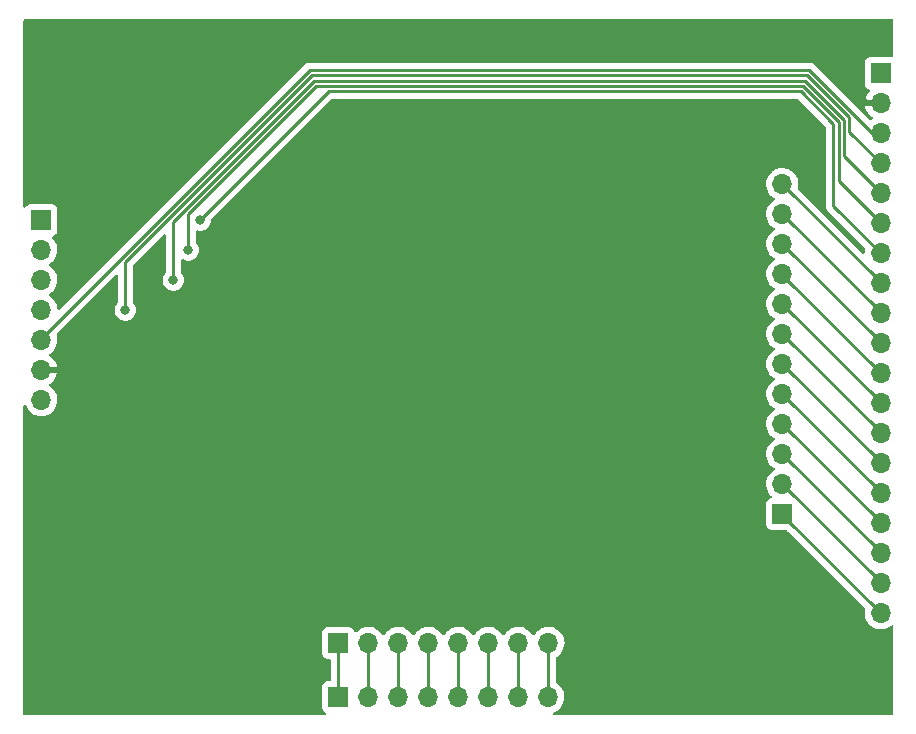
<source format=gbr>
%TF.GenerationSoftware,KiCad,Pcbnew,(6.0.0-0)*%
%TF.CreationDate,2022-03-09T10:25:02-05:00*%
%TF.ProjectId,Backplane-Instruction-Reg-2022,4261636b-706c-4616-9e65-2d496e737472,rev?*%
%TF.SameCoordinates,Original*%
%TF.FileFunction,Copper,L1,Top*%
%TF.FilePolarity,Positive*%
%FSLAX46Y46*%
G04 Gerber Fmt 4.6, Leading zero omitted, Abs format (unit mm)*
G04 Created by KiCad (PCBNEW (6.0.0-0)) date 2022-03-09 10:25:02*
%MOMM*%
%LPD*%
G01*
G04 APERTURE LIST*
%TA.AperFunction,ComponentPad*%
%ADD10R,1.700000X1.700000*%
%TD*%
%TA.AperFunction,ComponentPad*%
%ADD11O,1.700000X1.700000*%
%TD*%
%TA.AperFunction,ViaPad*%
%ADD12C,0.800000*%
%TD*%
%TA.AperFunction,Conductor*%
%ADD13C,0.500000*%
%TD*%
%TA.AperFunction,Conductor*%
%ADD14C,0.250000*%
%TD*%
G04 APERTURE END LIST*
D10*
%TO.P,J4,1,Pin_1*%
%TO.N,VCC*%
X185109000Y-71130000D03*
D11*
%TO.P,J4,2,Pin_2*%
%TO.N,GND*%
X185109000Y-73670000D03*
%TO.P,J4,3,Pin_3*%
%TO.N,~{RESET_STEP}*%
X185109000Y-76210000D03*
%TO.P,J4,4,Pin_4*%
%TO.N,~{INT_REQUEST}*%
X185109000Y-78750000D03*
%TO.P,J4,5,Pin_5*%
%TO.N,~{LD_IR}*%
X185109000Y-81290000D03*
%TO.P,J4,6,Pin_6*%
%TO.N,CLOCK*%
X185109000Y-83830000D03*
%TO.P,J4,7,Pin_7*%
%TO.N,~{RESET}*%
X185109000Y-86370000D03*
%TO.P,J4,8,Pin_8*%
%TO.N,INSTRUCTION7*%
X185109000Y-88910000D03*
%TO.P,J4,9,Pin_9*%
%TO.N,INSTRUCTION6*%
X185109000Y-91450000D03*
%TO.P,J4,10,Pin_10*%
%TO.N,INSTRUCTION5*%
X185109000Y-93990000D03*
%TO.P,J4,11,Pin_11*%
%TO.N,INSTRUCTION4*%
X185109000Y-96530000D03*
%TO.P,J4,12,Pin_12*%
%TO.N,INSTRUCTION3*%
X185109000Y-99070000D03*
%TO.P,J4,13,Pin_13*%
%TO.N,INSTRUCTION2*%
X185109000Y-101610000D03*
%TO.P,J4,14,Pin_14*%
%TO.N,INSTRUCTION1*%
X185109000Y-104150000D03*
%TO.P,J4,15,Pin_15*%
%TO.N,INSTRUCTION0*%
X185109000Y-106690000D03*
%TO.P,J4,16,Pin_16*%
%TO.N,STEP3*%
X185109000Y-109230000D03*
%TO.P,J4,17,Pin_17*%
%TO.N,STEP2*%
X185109000Y-111770000D03*
%TO.P,J4,18,Pin_18*%
%TO.N,STEP1*%
X185109000Y-114310000D03*
%TO.P,J4,19,Pin_19*%
%TO.N,STEP0*%
X185109000Y-116850000D03*
%TD*%
D10*
%TO.P,J5,1,Pin_1*%
%TO.N,~{RESET}*%
X114046000Y-83561000D03*
D11*
%TO.P,J5,2,Pin_2*%
%TO.N,CLOCK*%
X114046000Y-86101000D03*
%TO.P,J5,3,Pin_3*%
%TO.N,~{LD_IR}*%
X114046000Y-88641000D03*
%TO.P,J5,4,Pin_4*%
%TO.N,~{INT_REQUEST}*%
X114046000Y-91181000D03*
%TO.P,J5,5,Pin_5*%
%TO.N,~{RESET_STEP}*%
X114046000Y-93721000D03*
%TO.P,J5,6,Pin_6*%
%TO.N,GND*%
X114046000Y-96261000D03*
%TO.P,J5,7,Pin_7*%
%TO.N,VCC*%
X114046000Y-98801000D03*
%TD*%
D10*
%TO.P,J3,1,Pin_1*%
%TO.N,STEP0*%
X176784000Y-108463000D03*
D11*
%TO.P,J3,2,Pin_2*%
%TO.N,STEP1*%
X176784000Y-105923000D03*
%TO.P,J3,3,Pin_3*%
%TO.N,STEP2*%
X176784000Y-103383000D03*
%TO.P,J3,4,Pin_4*%
%TO.N,STEP3*%
X176784000Y-100843000D03*
%TO.P,J3,5,Pin_5*%
%TO.N,INSTRUCTION0*%
X176784000Y-98303000D03*
%TO.P,J3,6,Pin_6*%
%TO.N,INSTRUCTION1*%
X176784000Y-95763000D03*
%TO.P,J3,7,Pin_7*%
%TO.N,INSTRUCTION2*%
X176784000Y-93223000D03*
%TO.P,J3,8,Pin_8*%
%TO.N,INSTRUCTION3*%
X176784000Y-90683000D03*
%TO.P,J3,9,Pin_9*%
%TO.N,INSTRUCTION4*%
X176784000Y-88143000D03*
%TO.P,J3,10,Pin_10*%
%TO.N,INSTRUCTION5*%
X176784000Y-85603000D03*
%TO.P,J3,11,Pin_11*%
%TO.N,INSTRUCTION6*%
X176784000Y-83063000D03*
%TO.P,J3,12,Pin_12*%
%TO.N,INSTRUCTION7*%
X176784000Y-80523000D03*
%TD*%
D10*
%TO.P,J2,1,Pin_1*%
%TO.N,BUS0*%
X139200834Y-119380000D03*
D11*
%TO.P,J2,2,Pin_2*%
%TO.N,BUS1*%
X141740834Y-119380000D03*
%TO.P,J2,3,Pin_3*%
%TO.N,BUS2*%
X144280834Y-119380000D03*
%TO.P,J2,4,Pin_4*%
%TO.N,BUS3*%
X146820834Y-119380000D03*
%TO.P,J2,5,Pin_5*%
%TO.N,BUS4*%
X149360834Y-119380000D03*
%TO.P,J2,6,Pin_6*%
%TO.N,BUS5*%
X151900834Y-119380000D03*
%TO.P,J2,7,Pin_7*%
%TO.N,BUS6*%
X154440834Y-119380000D03*
%TO.P,J2,8,Pin_8*%
%TO.N,BUS7*%
X156980834Y-119380000D03*
%TD*%
D10*
%TO.P,J1,1,Pin_1*%
%TO.N,BUS0*%
X139192000Y-123952000D03*
D11*
%TO.P,J1,2,Pin_2*%
%TO.N,BUS1*%
X141732000Y-123952000D03*
%TO.P,J1,3,Pin_3*%
%TO.N,BUS2*%
X144272000Y-123952000D03*
%TO.P,J1,4,Pin_4*%
%TO.N,BUS3*%
X146812000Y-123952000D03*
%TO.P,J1,5,Pin_5*%
%TO.N,BUS4*%
X149352000Y-123952000D03*
%TO.P,J1,6,Pin_6*%
%TO.N,BUS5*%
X151892000Y-123952000D03*
%TO.P,J1,7,Pin_7*%
%TO.N,BUS6*%
X154432000Y-123952000D03*
%TO.P,J1,8,Pin_8*%
%TO.N,BUS7*%
X156972000Y-123952000D03*
%TD*%
D12*
%TO.N,GND*%
X174752000Y-69088000D03*
X174752000Y-74168000D03*
%TO.N,~{RESET}*%
X127508000Y-83566000D03*
%TO.N,CLOCK*%
X126492000Y-86106000D03*
%TO.N,~{LD_IR}*%
X125222000Y-88646000D03*
%TO.N,~{INT_REQUEST}*%
X121158000Y-91186000D03*
%TD*%
D13*
%TO.N,GND*%
X185109000Y-73670000D02*
X183906000Y-73670000D01*
X183906000Y-73670000D02*
X182626000Y-72390000D01*
X182626000Y-72390000D02*
X179324000Y-69088000D01*
X179324000Y-69088000D02*
X174752000Y-69088000D01*
D14*
%TO.N,STEP0*%
X176784000Y-108463000D02*
X176784000Y-108525000D01*
X176784000Y-108525000D02*
X185109000Y-116850000D01*
%TO.N,STEP1*%
X176784000Y-105923000D02*
X185109000Y-114248000D01*
X185109000Y-114248000D02*
X185109000Y-114310000D01*
%TO.N,STEP2*%
X176784000Y-103383000D02*
X185109000Y-111708000D01*
X185109000Y-111708000D02*
X185109000Y-111770000D01*
%TO.N,STEP3*%
X176784000Y-100843000D02*
X185109000Y-109168000D01*
X185109000Y-109168000D02*
X185109000Y-109230000D01*
%TO.N,INSTRUCTION0*%
X176784000Y-98303000D02*
X185109000Y-106628000D01*
X185109000Y-106628000D02*
X185109000Y-106690000D01*
%TO.N,INSTRUCTION1*%
X176784000Y-95763000D02*
X185109000Y-104088000D01*
X185109000Y-104088000D02*
X185109000Y-104150000D01*
%TO.N,INSTRUCTION2*%
X176784000Y-93223000D02*
X185109000Y-101548000D01*
X185109000Y-101548000D02*
X185109000Y-101610000D01*
%TO.N,INSTRUCTION3*%
X176784000Y-90683000D02*
X185109000Y-99008000D01*
X185109000Y-99008000D02*
X185109000Y-99070000D01*
%TO.N,INSTRUCTION4*%
X185109000Y-96530000D02*
X176784000Y-88205000D01*
X176784000Y-88205000D02*
X176784000Y-88143000D01*
%TO.N,INSTRUCTION5*%
X176784000Y-85603000D02*
X185109000Y-93928000D01*
X185109000Y-93928000D02*
X185109000Y-93990000D01*
%TO.N,INSTRUCTION6*%
X176784000Y-83063000D02*
X185109000Y-91388000D01*
X185109000Y-91388000D02*
X185109000Y-91450000D01*
%TO.N,INSTRUCTION7*%
X176784000Y-80523000D02*
X185109000Y-88848000D01*
X185109000Y-88848000D02*
X185109000Y-88910000D01*
%TO.N,~{RESET_STEP}*%
X185109000Y-76210000D02*
X184414000Y-76210000D01*
X184414000Y-76210000D02*
X179070000Y-70866000D01*
X114046000Y-93596889D02*
X114046000Y-93721000D01*
X179070000Y-70866000D02*
X136776889Y-70866000D01*
X136776889Y-70866000D02*
X114046000Y-93596889D01*
%TO.N,~{RESET}*%
X181102000Y-82363000D02*
X185109000Y-86370000D01*
%TO.N,CLOCK*%
X137335467Y-72214533D02*
X178511421Y-72214533D01*
%TO.N,~{LD_IR}*%
X182001022Y-78182022D02*
X185109000Y-81290000D01*
%TO.N,~{RESET}*%
X181102000Y-75440816D02*
X181102000Y-82363000D01*
%TO.N,CLOCK*%
X178511421Y-72214533D02*
X181551511Y-75254623D01*
X126492000Y-83058000D02*
X137335467Y-72214533D01*
X181551511Y-75254623D02*
X181551511Y-80272511D01*
%TO.N,~{INT_REQUEST}*%
X121158000Y-87120592D02*
X136963081Y-71315511D01*
%TO.N,~{RESET}*%
X138409956Y-72664044D02*
X178325228Y-72664044D01*
%TO.N,CLOCK*%
X126492000Y-86106000D02*
X126492000Y-83058000D01*
%TO.N,~{LD_IR}*%
X182001022Y-75068430D02*
X182001022Y-78182022D01*
%TO.N,~{RESET}*%
X127508000Y-83566000D02*
X138409956Y-72664044D01*
%TO.N,~{INT_REQUEST}*%
X178883807Y-71315511D02*
X182450532Y-74882236D01*
%TO.N,~{LD_IR}*%
X178697614Y-71765022D02*
X182001022Y-75068430D01*
%TO.N,~{INT_REQUEST}*%
X121158000Y-91186000D02*
X121158000Y-87120592D01*
%TO.N,~{RESET}*%
X178325228Y-72664044D02*
X181102000Y-75440816D01*
%TO.N,~{LD_IR}*%
X137149274Y-71765022D02*
X178697614Y-71765022D01*
%TO.N,CLOCK*%
X181551511Y-80272511D02*
X185109000Y-83830000D01*
%TO.N,~{INT_REQUEST}*%
X182450532Y-74882236D02*
X182450532Y-76091532D01*
%TO.N,~{LD_IR}*%
X125222000Y-83692296D02*
X137149274Y-71765022D01*
X125222000Y-88646000D02*
X125222000Y-83692296D01*
%TO.N,~{INT_REQUEST}*%
X182450532Y-76091532D02*
X185109000Y-78750000D01*
X136963081Y-71315511D02*
X178883807Y-71315511D01*
%TO.N,BUS7*%
X156980834Y-119380000D02*
X156980834Y-123943166D01*
X156980834Y-123943166D02*
X156972000Y-123952000D01*
%TO.N,BUS6*%
X154432000Y-123952000D02*
X154432000Y-119388834D01*
X154432000Y-119388834D02*
X154440834Y-119380000D01*
%TO.N,BUS5*%
X151900834Y-119380000D02*
X151900834Y-123943166D01*
X151900834Y-123943166D02*
X151892000Y-123952000D01*
%TO.N,BUS4*%
X149352000Y-123952000D02*
X149352000Y-119388834D01*
X149352000Y-119388834D02*
X149360834Y-119380000D01*
%TO.N,BUS3*%
X146820834Y-119380000D02*
X146820834Y-123943166D01*
X146820834Y-123943166D02*
X146812000Y-123952000D01*
%TO.N,BUS2*%
X144272000Y-123952000D02*
X144272000Y-119388834D01*
X144272000Y-119388834D02*
X144280834Y-119380000D01*
%TO.N,BUS1*%
X141740834Y-119380000D02*
X141740834Y-123943166D01*
X141740834Y-123943166D02*
X141732000Y-123952000D01*
%TO.N,BUS0*%
X139192000Y-123952000D02*
X139192000Y-119388834D01*
X139192000Y-119388834D02*
X139200834Y-119380000D01*
%TD*%
%TA.AperFunction,Conductor*%
%TO.N,GND*%
G36*
X178078755Y-73317546D02*
G01*
X178099729Y-73334449D01*
X180431595Y-75666315D01*
X180465621Y-75728627D01*
X180468500Y-75755410D01*
X180468500Y-82284233D01*
X180467973Y-82295416D01*
X180466298Y-82302909D01*
X180466547Y-82310835D01*
X180466547Y-82310836D01*
X180468438Y-82370986D01*
X180468500Y-82374945D01*
X180468500Y-82402856D01*
X180468997Y-82406790D01*
X180468997Y-82406791D01*
X180469005Y-82406856D01*
X180469938Y-82418693D01*
X180471327Y-82462889D01*
X180476978Y-82482339D01*
X180480987Y-82501700D01*
X180481688Y-82507245D01*
X180483526Y-82521797D01*
X180486445Y-82529168D01*
X180486445Y-82529170D01*
X180499804Y-82562912D01*
X180503649Y-82574142D01*
X180510376Y-82597297D01*
X180515982Y-82616593D01*
X180520015Y-82623412D01*
X180520017Y-82623417D01*
X180526293Y-82634028D01*
X180534988Y-82651776D01*
X180542448Y-82670617D01*
X180547110Y-82677033D01*
X180547110Y-82677034D01*
X180568436Y-82706387D01*
X180574952Y-82716307D01*
X180597458Y-82754362D01*
X180611779Y-82768683D01*
X180624619Y-82783716D01*
X180636528Y-82800107D01*
X180651759Y-82812707D01*
X180670605Y-82828298D01*
X180679384Y-82836288D01*
X183758777Y-85915682D01*
X183792803Y-85977994D01*
X183791100Y-86038446D01*
X183769989Y-86114570D01*
X183769440Y-86119707D01*
X183749865Y-86302873D01*
X183722737Y-86368483D01*
X183664444Y-86409011D01*
X183593495Y-86411590D01*
X183535483Y-86378579D01*
X180919111Y-83762206D01*
X178135218Y-80978313D01*
X178101192Y-80916001D01*
X178103755Y-80852589D01*
X178114865Y-80816022D01*
X178116370Y-80811069D01*
X178145529Y-80589590D01*
X178147156Y-80523000D01*
X178128852Y-80300361D01*
X178074431Y-80083702D01*
X177985354Y-79878840D01*
X177945906Y-79817862D01*
X177866822Y-79695617D01*
X177866820Y-79695614D01*
X177864014Y-79691277D01*
X177713670Y-79526051D01*
X177709619Y-79522852D01*
X177709615Y-79522848D01*
X177542414Y-79390800D01*
X177542410Y-79390798D01*
X177538359Y-79387598D01*
X177342789Y-79279638D01*
X177337920Y-79277914D01*
X177337916Y-79277912D01*
X177137087Y-79206795D01*
X177137083Y-79206794D01*
X177132212Y-79205069D01*
X177127119Y-79204162D01*
X177127116Y-79204161D01*
X176917373Y-79166800D01*
X176917367Y-79166799D01*
X176912284Y-79165894D01*
X176838452Y-79164992D01*
X176694081Y-79163228D01*
X176694079Y-79163228D01*
X176688911Y-79163165D01*
X176468091Y-79196955D01*
X176255756Y-79266357D01*
X176057607Y-79369507D01*
X176053474Y-79372610D01*
X176053471Y-79372612D01*
X175948414Y-79451491D01*
X175878965Y-79503635D01*
X175875393Y-79507373D01*
X175754874Y-79633489D01*
X175724629Y-79665138D01*
X175598743Y-79849680D01*
X175583003Y-79883590D01*
X175507319Y-80046638D01*
X175504688Y-80052305D01*
X175444989Y-80267570D01*
X175421251Y-80489695D01*
X175421548Y-80494848D01*
X175421548Y-80494851D01*
X175427011Y-80589590D01*
X175434110Y-80712715D01*
X175435247Y-80717761D01*
X175435248Y-80717767D01*
X175455119Y-80805939D01*
X175483222Y-80930639D01*
X175567266Y-81137616D01*
X175683987Y-81328088D01*
X175830250Y-81496938D01*
X176002126Y-81639632D01*
X176031153Y-81656594D01*
X176075445Y-81682476D01*
X176124169Y-81734114D01*
X176137240Y-81803897D01*
X176110509Y-81869669D01*
X176070055Y-81903027D01*
X176057607Y-81909507D01*
X176053474Y-81912610D01*
X176053471Y-81912612D01*
X175883100Y-82040530D01*
X175878965Y-82043635D01*
X175875393Y-82047373D01*
X175754874Y-82173489D01*
X175724629Y-82205138D01*
X175598743Y-82389680D01*
X175588030Y-82412760D01*
X175507319Y-82586638D01*
X175504688Y-82592305D01*
X175444989Y-82807570D01*
X175421251Y-83029695D01*
X175421548Y-83034848D01*
X175421548Y-83034851D01*
X175427011Y-83129590D01*
X175434110Y-83252715D01*
X175435247Y-83257761D01*
X175435248Y-83257767D01*
X175455119Y-83345939D01*
X175483222Y-83470639D01*
X175567266Y-83677616D01*
X175683987Y-83868088D01*
X175830250Y-84036938D01*
X176002126Y-84179632D01*
X176072595Y-84220811D01*
X176075445Y-84222476D01*
X176124169Y-84274114D01*
X176137240Y-84343897D01*
X176110509Y-84409669D01*
X176070055Y-84443027D01*
X176064644Y-84445844D01*
X176057607Y-84449507D01*
X176053474Y-84452610D01*
X176053471Y-84452612D01*
X175883100Y-84580530D01*
X175878965Y-84583635D01*
X175841111Y-84623247D01*
X175754874Y-84713489D01*
X175724629Y-84745138D01*
X175721715Y-84749410D01*
X175721714Y-84749411D01*
X175706216Y-84772130D01*
X175598743Y-84929680D01*
X175578568Y-84973143D01*
X175507319Y-85126638D01*
X175504688Y-85132305D01*
X175444989Y-85347570D01*
X175421251Y-85569695D01*
X175421548Y-85574848D01*
X175421548Y-85574851D01*
X175433812Y-85787547D01*
X175434110Y-85792715D01*
X175435247Y-85797761D01*
X175435248Y-85797767D01*
X175455119Y-85885939D01*
X175483222Y-86010639D01*
X175567266Y-86217616D01*
X175618942Y-86301944D01*
X175669189Y-86383939D01*
X175683987Y-86408088D01*
X175830250Y-86576938D01*
X176002126Y-86719632D01*
X176065776Y-86756826D01*
X176075445Y-86762476D01*
X176124169Y-86814114D01*
X176137240Y-86883897D01*
X176110509Y-86949669D01*
X176070055Y-86983027D01*
X176057607Y-86989507D01*
X176053474Y-86992610D01*
X176053471Y-86992612D01*
X175883100Y-87120530D01*
X175878965Y-87123635D01*
X175875393Y-87127373D01*
X175748197Y-87260476D01*
X175724629Y-87285138D01*
X175598743Y-87469680D01*
X175580584Y-87508800D01*
X175507319Y-87666638D01*
X175504688Y-87672305D01*
X175444989Y-87887570D01*
X175421251Y-88109695D01*
X175421548Y-88114848D01*
X175421548Y-88114851D01*
X175432771Y-88309494D01*
X175434110Y-88332715D01*
X175435247Y-88337761D01*
X175435248Y-88337767D01*
X175455119Y-88425939D01*
X175483222Y-88550639D01*
X175567266Y-88757616D01*
X175618942Y-88841944D01*
X175669189Y-88923939D01*
X175683987Y-88948088D01*
X175830250Y-89116938D01*
X176002126Y-89259632D01*
X176072595Y-89300811D01*
X176075445Y-89302476D01*
X176124169Y-89354114D01*
X176137240Y-89423897D01*
X176110509Y-89489669D01*
X176070055Y-89523027D01*
X176057607Y-89529507D01*
X176053474Y-89532610D01*
X176053471Y-89532612D01*
X175883100Y-89660530D01*
X175878965Y-89663635D01*
X175875393Y-89667373D01*
X175748197Y-89800476D01*
X175724629Y-89825138D01*
X175598743Y-90009680D01*
X175580584Y-90048800D01*
X175507319Y-90206638D01*
X175504688Y-90212305D01*
X175444989Y-90427570D01*
X175421251Y-90649695D01*
X175421548Y-90654848D01*
X175421548Y-90654851D01*
X175433812Y-90867547D01*
X175434110Y-90872715D01*
X175435247Y-90877761D01*
X175435248Y-90877767D01*
X175450883Y-90947143D01*
X175483222Y-91090639D01*
X175567266Y-91297616D01*
X175683987Y-91488088D01*
X175830250Y-91656938D01*
X176002126Y-91799632D01*
X176072595Y-91840811D01*
X176075445Y-91842476D01*
X176124169Y-91894114D01*
X176137240Y-91963897D01*
X176110509Y-92029669D01*
X176070055Y-92063027D01*
X176057607Y-92069507D01*
X176053474Y-92072610D01*
X176053471Y-92072612D01*
X175883100Y-92200530D01*
X175878965Y-92203635D01*
X175875393Y-92207373D01*
X175748197Y-92340476D01*
X175724629Y-92365138D01*
X175598743Y-92549680D01*
X175596564Y-92554375D01*
X175507319Y-92746638D01*
X175504688Y-92752305D01*
X175444989Y-92967570D01*
X175421251Y-93189695D01*
X175421548Y-93194848D01*
X175421548Y-93194851D01*
X175433812Y-93407547D01*
X175434110Y-93412715D01*
X175435247Y-93417761D01*
X175435248Y-93417767D01*
X175455119Y-93505939D01*
X175483222Y-93630639D01*
X175567266Y-93837616D01*
X175569965Y-93842020D01*
X175669189Y-94003939D01*
X175683987Y-94028088D01*
X175830250Y-94196938D01*
X176002126Y-94339632D01*
X176072595Y-94380811D01*
X176075445Y-94382476D01*
X176124169Y-94434114D01*
X176137240Y-94503897D01*
X176110509Y-94569669D01*
X176070055Y-94603027D01*
X176057607Y-94609507D01*
X176053474Y-94612610D01*
X176053471Y-94612612D01*
X175883100Y-94740530D01*
X175878965Y-94743635D01*
X175875393Y-94747373D01*
X175738874Y-94890232D01*
X175724629Y-94905138D01*
X175598743Y-95089680D01*
X175576290Y-95138052D01*
X175507319Y-95286638D01*
X175504688Y-95292305D01*
X175444989Y-95507570D01*
X175421251Y-95729695D01*
X175421548Y-95734848D01*
X175421548Y-95734851D01*
X175426854Y-95826875D01*
X175434110Y-95952715D01*
X175435247Y-95957761D01*
X175435248Y-95957767D01*
X175443402Y-95993947D01*
X175483222Y-96170639D01*
X175567266Y-96377616D01*
X175569965Y-96382020D01*
X175675299Y-96553910D01*
X175683987Y-96568088D01*
X175830250Y-96736938D01*
X175861387Y-96762788D01*
X175991251Y-96870603D01*
X176002126Y-96879632D01*
X176072595Y-96920811D01*
X176075445Y-96922476D01*
X176124169Y-96974114D01*
X176137240Y-97043897D01*
X176110509Y-97109669D01*
X176070055Y-97143027D01*
X176057607Y-97149507D01*
X176053474Y-97152610D01*
X176053471Y-97152612D01*
X175939901Y-97237883D01*
X175878965Y-97283635D01*
X175875393Y-97287373D01*
X175754874Y-97413489D01*
X175724629Y-97445138D01*
X175598743Y-97629680D01*
X175580584Y-97668800D01*
X175507319Y-97826638D01*
X175504688Y-97832305D01*
X175444989Y-98047570D01*
X175421251Y-98269695D01*
X175421548Y-98274848D01*
X175421548Y-98274851D01*
X175433812Y-98487547D01*
X175434110Y-98492715D01*
X175435247Y-98497761D01*
X175435248Y-98497767D01*
X175455119Y-98585939D01*
X175483222Y-98710639D01*
X175567266Y-98917616D01*
X175569965Y-98922020D01*
X175669189Y-99083939D01*
X175683987Y-99108088D01*
X175830250Y-99276938D01*
X176002126Y-99419632D01*
X176072595Y-99460811D01*
X176075445Y-99462476D01*
X176124169Y-99514114D01*
X176137240Y-99583897D01*
X176110509Y-99649669D01*
X176070055Y-99683027D01*
X176057607Y-99689507D01*
X176053474Y-99692610D01*
X176053471Y-99692612D01*
X175883100Y-99820530D01*
X175878965Y-99823635D01*
X175875393Y-99827373D01*
X175754874Y-99953489D01*
X175724629Y-99985138D01*
X175598743Y-100169680D01*
X175596564Y-100174375D01*
X175507319Y-100366638D01*
X175504688Y-100372305D01*
X175444989Y-100587570D01*
X175421251Y-100809695D01*
X175421548Y-100814848D01*
X175421548Y-100814851D01*
X175427011Y-100909590D01*
X175434110Y-101032715D01*
X175435247Y-101037761D01*
X175435248Y-101037767D01*
X175450883Y-101107143D01*
X175483222Y-101250639D01*
X175567266Y-101457616D01*
X175683987Y-101648088D01*
X175830250Y-101816938D01*
X176002126Y-101959632D01*
X176072595Y-102000811D01*
X176075445Y-102002476D01*
X176124169Y-102054114D01*
X176137240Y-102123897D01*
X176110509Y-102189669D01*
X176070055Y-102223027D01*
X176057607Y-102229507D01*
X176053474Y-102232610D01*
X176053471Y-102232612D01*
X175883100Y-102360530D01*
X175878965Y-102363635D01*
X175875393Y-102367373D01*
X175754874Y-102493489D01*
X175724629Y-102525138D01*
X175598743Y-102709680D01*
X175596564Y-102714375D01*
X175507319Y-102906638D01*
X175504688Y-102912305D01*
X175444989Y-103127570D01*
X175421251Y-103349695D01*
X175421548Y-103354848D01*
X175421548Y-103354851D01*
X175427011Y-103449590D01*
X175434110Y-103572715D01*
X175435247Y-103577761D01*
X175435248Y-103577767D01*
X175450883Y-103647143D01*
X175483222Y-103790639D01*
X175567266Y-103997616D01*
X175683987Y-104188088D01*
X175830250Y-104356938D01*
X176002126Y-104499632D01*
X176072595Y-104540811D01*
X176075445Y-104542476D01*
X176124169Y-104594114D01*
X176137240Y-104663897D01*
X176110509Y-104729669D01*
X176070055Y-104763027D01*
X176057607Y-104769507D01*
X176053474Y-104772610D01*
X176053471Y-104772612D01*
X175883100Y-104900530D01*
X175878965Y-104903635D01*
X175875393Y-104907373D01*
X175754874Y-105033489D01*
X175724629Y-105065138D01*
X175598743Y-105249680D01*
X175596564Y-105254375D01*
X175507319Y-105446638D01*
X175504688Y-105452305D01*
X175444989Y-105667570D01*
X175421251Y-105889695D01*
X175421548Y-105894848D01*
X175421548Y-105894851D01*
X175427011Y-105989590D01*
X175434110Y-106112715D01*
X175435247Y-106117761D01*
X175435248Y-106117767D01*
X175450883Y-106187143D01*
X175483222Y-106330639D01*
X175567266Y-106537616D01*
X175683987Y-106728088D01*
X175830250Y-106896938D01*
X175834230Y-106900242D01*
X175838981Y-106904187D01*
X175878616Y-106963090D01*
X175880113Y-107034071D01*
X175842997Y-107094593D01*
X175802724Y-107119112D01*
X175687295Y-107162385D01*
X175570739Y-107249739D01*
X175483385Y-107366295D01*
X175432255Y-107502684D01*
X175425500Y-107564866D01*
X175425500Y-109361134D01*
X175432255Y-109423316D01*
X175483385Y-109559705D01*
X175570739Y-109676261D01*
X175687295Y-109763615D01*
X175823684Y-109814745D01*
X175885866Y-109821500D01*
X177132406Y-109821500D01*
X177200527Y-109841502D01*
X177221501Y-109858405D01*
X183758777Y-116395682D01*
X183792803Y-116457994D01*
X183791100Y-116518446D01*
X183769989Y-116594570D01*
X183746251Y-116816695D01*
X183759110Y-117039715D01*
X183760247Y-117044761D01*
X183760248Y-117044767D01*
X183784304Y-117151508D01*
X183808222Y-117257639D01*
X183892266Y-117464616D01*
X184008987Y-117655088D01*
X184155250Y-117823938D01*
X184327126Y-117966632D01*
X184520000Y-118079338D01*
X184524825Y-118081180D01*
X184524826Y-118081181D01*
X184597612Y-118108975D01*
X184728692Y-118159030D01*
X184733760Y-118160061D01*
X184733763Y-118160062D01*
X184801873Y-118173919D01*
X184947597Y-118203567D01*
X184952772Y-118203757D01*
X184952774Y-118203757D01*
X185165673Y-118211564D01*
X185165677Y-118211564D01*
X185170837Y-118211753D01*
X185175957Y-118211097D01*
X185175959Y-118211097D01*
X185387288Y-118184025D01*
X185387289Y-118184025D01*
X185392416Y-118183368D01*
X185465779Y-118161358D01*
X185601429Y-118120661D01*
X185601434Y-118120659D01*
X185606384Y-118119174D01*
X185806994Y-118020896D01*
X185903228Y-117952253D01*
X185982832Y-117895473D01*
X186049905Y-117872199D01*
X186118914Y-117888883D01*
X186167948Y-117940227D01*
X186182000Y-117998052D01*
X186182000Y-125350000D01*
X186161998Y-125418121D01*
X186108342Y-125464614D01*
X186056000Y-125476000D01*
X157478460Y-125476000D01*
X157410339Y-125455998D01*
X157363846Y-125402342D01*
X157353742Y-125332068D01*
X157383236Y-125267488D01*
X157442253Y-125229314D01*
X157464425Y-125222662D01*
X157464427Y-125222661D01*
X157469384Y-125221174D01*
X157669994Y-125122896D01*
X157851860Y-124993173D01*
X158010096Y-124835489D01*
X158140453Y-124654077D01*
X158161320Y-124611857D01*
X158237136Y-124458453D01*
X158237137Y-124458451D01*
X158239430Y-124453811D01*
X158304370Y-124240069D01*
X158333529Y-124018590D01*
X158335156Y-123952000D01*
X158316852Y-123729361D01*
X158262431Y-123512702D01*
X158173354Y-123307840D01*
X158052014Y-123120277D01*
X157901670Y-122955051D01*
X157897619Y-122951852D01*
X157897615Y-122951848D01*
X157730414Y-122819800D01*
X157730410Y-122819798D01*
X157726359Y-122816598D01*
X157721831Y-122814098D01*
X157679441Y-122790698D01*
X157629470Y-122740265D01*
X157614334Y-122680389D01*
X157614334Y-120660427D01*
X157634336Y-120592306D01*
X157675452Y-120552550D01*
X157678828Y-120550896D01*
X157860694Y-120421173D01*
X158018930Y-120263489D01*
X158149287Y-120082077D01*
X158170154Y-120039857D01*
X158245970Y-119886453D01*
X158245971Y-119886451D01*
X158248264Y-119881811D01*
X158313204Y-119668069D01*
X158342363Y-119446590D01*
X158343990Y-119380000D01*
X158325686Y-119157361D01*
X158271265Y-118940702D01*
X158182188Y-118735840D01*
X158060848Y-118548277D01*
X157910504Y-118383051D01*
X157906453Y-118379852D01*
X157906449Y-118379848D01*
X157739248Y-118247800D01*
X157739244Y-118247798D01*
X157735193Y-118244598D01*
X157539623Y-118136638D01*
X157534754Y-118134914D01*
X157534750Y-118134912D01*
X157333921Y-118063795D01*
X157333917Y-118063794D01*
X157329046Y-118062069D01*
X157323953Y-118061162D01*
X157323950Y-118061161D01*
X157114207Y-118023800D01*
X157114201Y-118023799D01*
X157109118Y-118022894D01*
X157035286Y-118021992D01*
X156890915Y-118020228D01*
X156890913Y-118020228D01*
X156885745Y-118020165D01*
X156664925Y-118053955D01*
X156452590Y-118123357D01*
X156422277Y-118139137D01*
X156300493Y-118202534D01*
X156254441Y-118226507D01*
X156250308Y-118229610D01*
X156250305Y-118229612D01*
X156079934Y-118357530D01*
X156075799Y-118360635D01*
X156072227Y-118364373D01*
X155964563Y-118477037D01*
X155921463Y-118522138D01*
X155814035Y-118679621D01*
X155759127Y-118724621D01*
X155688602Y-118732792D01*
X155624855Y-118701538D01*
X155604158Y-118677054D01*
X155523656Y-118552617D01*
X155523654Y-118552614D01*
X155520848Y-118548277D01*
X155370504Y-118383051D01*
X155366453Y-118379852D01*
X155366449Y-118379848D01*
X155199248Y-118247800D01*
X155199244Y-118247798D01*
X155195193Y-118244598D01*
X154999623Y-118136638D01*
X154994754Y-118134914D01*
X154994750Y-118134912D01*
X154793921Y-118063795D01*
X154793917Y-118063794D01*
X154789046Y-118062069D01*
X154783953Y-118061162D01*
X154783950Y-118061161D01*
X154574207Y-118023800D01*
X154574201Y-118023799D01*
X154569118Y-118022894D01*
X154495286Y-118021992D01*
X154350915Y-118020228D01*
X154350913Y-118020228D01*
X154345745Y-118020165D01*
X154124925Y-118053955D01*
X153912590Y-118123357D01*
X153882277Y-118139137D01*
X153760493Y-118202534D01*
X153714441Y-118226507D01*
X153710308Y-118229610D01*
X153710305Y-118229612D01*
X153539934Y-118357530D01*
X153535799Y-118360635D01*
X153532227Y-118364373D01*
X153424563Y-118477037D01*
X153381463Y-118522138D01*
X153274035Y-118679621D01*
X153219127Y-118724621D01*
X153148602Y-118732792D01*
X153084855Y-118701538D01*
X153064158Y-118677054D01*
X152983656Y-118552617D01*
X152983654Y-118552614D01*
X152980848Y-118548277D01*
X152830504Y-118383051D01*
X152826453Y-118379852D01*
X152826449Y-118379848D01*
X152659248Y-118247800D01*
X152659244Y-118247798D01*
X152655193Y-118244598D01*
X152459623Y-118136638D01*
X152454754Y-118134914D01*
X152454750Y-118134912D01*
X152253921Y-118063795D01*
X152253917Y-118063794D01*
X152249046Y-118062069D01*
X152243953Y-118061162D01*
X152243950Y-118061161D01*
X152034207Y-118023800D01*
X152034201Y-118023799D01*
X152029118Y-118022894D01*
X151955286Y-118021992D01*
X151810915Y-118020228D01*
X151810913Y-118020228D01*
X151805745Y-118020165D01*
X151584925Y-118053955D01*
X151372590Y-118123357D01*
X151342277Y-118139137D01*
X151220493Y-118202534D01*
X151174441Y-118226507D01*
X151170308Y-118229610D01*
X151170305Y-118229612D01*
X150999934Y-118357530D01*
X150995799Y-118360635D01*
X150992227Y-118364373D01*
X150884563Y-118477037D01*
X150841463Y-118522138D01*
X150734035Y-118679621D01*
X150679127Y-118724621D01*
X150608602Y-118732792D01*
X150544855Y-118701538D01*
X150524158Y-118677054D01*
X150443656Y-118552617D01*
X150443654Y-118552614D01*
X150440848Y-118548277D01*
X150290504Y-118383051D01*
X150286453Y-118379852D01*
X150286449Y-118379848D01*
X150119248Y-118247800D01*
X150119244Y-118247798D01*
X150115193Y-118244598D01*
X149919623Y-118136638D01*
X149914754Y-118134914D01*
X149914750Y-118134912D01*
X149713921Y-118063795D01*
X149713917Y-118063794D01*
X149709046Y-118062069D01*
X149703953Y-118061162D01*
X149703950Y-118061161D01*
X149494207Y-118023800D01*
X149494201Y-118023799D01*
X149489118Y-118022894D01*
X149415286Y-118021992D01*
X149270915Y-118020228D01*
X149270913Y-118020228D01*
X149265745Y-118020165D01*
X149044925Y-118053955D01*
X148832590Y-118123357D01*
X148802277Y-118139137D01*
X148680493Y-118202534D01*
X148634441Y-118226507D01*
X148630308Y-118229610D01*
X148630305Y-118229612D01*
X148459934Y-118357530D01*
X148455799Y-118360635D01*
X148452227Y-118364373D01*
X148344563Y-118477037D01*
X148301463Y-118522138D01*
X148194035Y-118679621D01*
X148139127Y-118724621D01*
X148068602Y-118732792D01*
X148004855Y-118701538D01*
X147984158Y-118677054D01*
X147903656Y-118552617D01*
X147903654Y-118552614D01*
X147900848Y-118548277D01*
X147750504Y-118383051D01*
X147746453Y-118379852D01*
X147746449Y-118379848D01*
X147579248Y-118247800D01*
X147579244Y-118247798D01*
X147575193Y-118244598D01*
X147379623Y-118136638D01*
X147374754Y-118134914D01*
X147374750Y-118134912D01*
X147173921Y-118063795D01*
X147173917Y-118063794D01*
X147169046Y-118062069D01*
X147163953Y-118061162D01*
X147163950Y-118061161D01*
X146954207Y-118023800D01*
X146954201Y-118023799D01*
X146949118Y-118022894D01*
X146875286Y-118021992D01*
X146730915Y-118020228D01*
X146730913Y-118020228D01*
X146725745Y-118020165D01*
X146504925Y-118053955D01*
X146292590Y-118123357D01*
X146262277Y-118139137D01*
X146140493Y-118202534D01*
X146094441Y-118226507D01*
X146090308Y-118229610D01*
X146090305Y-118229612D01*
X145919934Y-118357530D01*
X145915799Y-118360635D01*
X145912227Y-118364373D01*
X145804563Y-118477037D01*
X145761463Y-118522138D01*
X145654035Y-118679621D01*
X145599127Y-118724621D01*
X145528602Y-118732792D01*
X145464855Y-118701538D01*
X145444158Y-118677054D01*
X145363656Y-118552617D01*
X145363654Y-118552614D01*
X145360848Y-118548277D01*
X145210504Y-118383051D01*
X145206453Y-118379852D01*
X145206449Y-118379848D01*
X145039248Y-118247800D01*
X145039244Y-118247798D01*
X145035193Y-118244598D01*
X144839623Y-118136638D01*
X144834754Y-118134914D01*
X144834750Y-118134912D01*
X144633921Y-118063795D01*
X144633917Y-118063794D01*
X144629046Y-118062069D01*
X144623953Y-118061162D01*
X144623950Y-118061161D01*
X144414207Y-118023800D01*
X144414201Y-118023799D01*
X144409118Y-118022894D01*
X144335286Y-118021992D01*
X144190915Y-118020228D01*
X144190913Y-118020228D01*
X144185745Y-118020165D01*
X143964925Y-118053955D01*
X143752590Y-118123357D01*
X143722277Y-118139137D01*
X143600493Y-118202534D01*
X143554441Y-118226507D01*
X143550308Y-118229610D01*
X143550305Y-118229612D01*
X143379934Y-118357530D01*
X143375799Y-118360635D01*
X143372227Y-118364373D01*
X143264563Y-118477037D01*
X143221463Y-118522138D01*
X143114035Y-118679621D01*
X143059127Y-118724621D01*
X142988602Y-118732792D01*
X142924855Y-118701538D01*
X142904158Y-118677054D01*
X142823656Y-118552617D01*
X142823654Y-118552614D01*
X142820848Y-118548277D01*
X142670504Y-118383051D01*
X142666453Y-118379852D01*
X142666449Y-118379848D01*
X142499248Y-118247800D01*
X142499244Y-118247798D01*
X142495193Y-118244598D01*
X142299623Y-118136638D01*
X142294754Y-118134914D01*
X142294750Y-118134912D01*
X142093921Y-118063795D01*
X142093917Y-118063794D01*
X142089046Y-118062069D01*
X142083953Y-118061162D01*
X142083950Y-118061161D01*
X141874207Y-118023800D01*
X141874201Y-118023799D01*
X141869118Y-118022894D01*
X141795286Y-118021992D01*
X141650915Y-118020228D01*
X141650913Y-118020228D01*
X141645745Y-118020165D01*
X141424925Y-118053955D01*
X141212590Y-118123357D01*
X141182277Y-118139137D01*
X141060493Y-118202534D01*
X141014441Y-118226507D01*
X141010308Y-118229610D01*
X141010305Y-118229612D01*
X140839934Y-118357530D01*
X140835799Y-118360635D01*
X140779371Y-118419684D01*
X140755117Y-118445064D01*
X140693593Y-118480494D01*
X140622680Y-118477037D01*
X140564894Y-118435791D01*
X140546041Y-118402243D01*
X140504601Y-118291703D01*
X140501449Y-118283295D01*
X140414095Y-118166739D01*
X140297539Y-118079385D01*
X140161150Y-118028255D01*
X140098968Y-118021500D01*
X138302700Y-118021500D01*
X138240518Y-118028255D01*
X138104129Y-118079385D01*
X137987573Y-118166739D01*
X137900219Y-118283295D01*
X137849089Y-118419684D01*
X137842334Y-118481866D01*
X137842334Y-120278134D01*
X137849089Y-120340316D01*
X137900219Y-120476705D01*
X137987573Y-120593261D01*
X138104129Y-120680615D01*
X138240518Y-120731745D01*
X138302700Y-120738500D01*
X138432500Y-120738500D01*
X138500621Y-120758502D01*
X138547114Y-120812158D01*
X138558500Y-120864500D01*
X138558500Y-122467500D01*
X138538498Y-122535621D01*
X138484842Y-122582114D01*
X138432500Y-122593500D01*
X138293866Y-122593500D01*
X138231684Y-122600255D01*
X138095295Y-122651385D01*
X137978739Y-122738739D01*
X137891385Y-122855295D01*
X137840255Y-122991684D01*
X137833500Y-123053866D01*
X137833500Y-124850134D01*
X137840255Y-124912316D01*
X137891385Y-125048705D01*
X137978739Y-125165261D01*
X138068176Y-125232290D01*
X138090704Y-125249174D01*
X138133219Y-125306033D01*
X138138245Y-125376852D01*
X138104185Y-125439145D01*
X138041854Y-125473135D01*
X138015139Y-125476000D01*
X112648000Y-125476000D01*
X112579879Y-125455998D01*
X112533386Y-125402342D01*
X112522000Y-125350000D01*
X112522000Y-99304118D01*
X112542002Y-99235997D01*
X112595658Y-99189504D01*
X112665932Y-99179400D01*
X112730512Y-99208894D01*
X112764743Y-99256714D01*
X112829266Y-99415616D01*
X112945987Y-99606088D01*
X113092250Y-99774938D01*
X113264126Y-99917632D01*
X113457000Y-100030338D01*
X113665692Y-100110030D01*
X113670760Y-100111061D01*
X113670763Y-100111062D01*
X113778017Y-100132883D01*
X113884597Y-100154567D01*
X113889772Y-100154757D01*
X113889774Y-100154757D01*
X114102673Y-100162564D01*
X114102677Y-100162564D01*
X114107837Y-100162753D01*
X114112957Y-100162097D01*
X114112959Y-100162097D01*
X114324288Y-100135025D01*
X114324289Y-100135025D01*
X114329416Y-100134368D01*
X114392396Y-100115473D01*
X114538429Y-100071661D01*
X114538434Y-100071659D01*
X114543384Y-100070174D01*
X114743994Y-99971896D01*
X114925860Y-99842173D01*
X115084096Y-99684489D01*
X115143594Y-99601689D01*
X115211435Y-99507277D01*
X115214453Y-99503077D01*
X115307620Y-99314568D01*
X115311136Y-99307453D01*
X115311137Y-99307451D01*
X115313430Y-99302811D01*
X115378370Y-99089069D01*
X115407529Y-98867590D01*
X115408699Y-98819704D01*
X115409074Y-98804365D01*
X115409074Y-98804361D01*
X115409156Y-98801000D01*
X115390852Y-98578361D01*
X115336431Y-98361702D01*
X115247354Y-98156840D01*
X115207906Y-98095862D01*
X115128822Y-97973617D01*
X115128820Y-97973614D01*
X115126014Y-97969277D01*
X114975670Y-97804051D01*
X114971619Y-97800852D01*
X114971615Y-97800848D01*
X114804414Y-97668800D01*
X114804410Y-97668798D01*
X114800359Y-97665598D01*
X114758569Y-97642529D01*
X114708598Y-97592097D01*
X114693826Y-97522654D01*
X114718942Y-97456248D01*
X114746294Y-97429641D01*
X114921328Y-97304792D01*
X114929200Y-97298139D01*
X115080052Y-97147812D01*
X115086730Y-97139965D01*
X115211003Y-96967020D01*
X115216313Y-96958183D01*
X115310670Y-96767267D01*
X115314469Y-96757672D01*
X115376377Y-96553910D01*
X115378555Y-96543837D01*
X115379986Y-96532962D01*
X115377775Y-96518778D01*
X115364617Y-96515000D01*
X113918000Y-96515000D01*
X113849879Y-96494998D01*
X113803386Y-96441342D01*
X113792000Y-96389000D01*
X113792000Y-96133000D01*
X113812002Y-96064879D01*
X113865658Y-96018386D01*
X113918000Y-96007000D01*
X115364344Y-96007000D01*
X115377875Y-96003027D01*
X115379180Y-95993947D01*
X115337214Y-95826875D01*
X115333894Y-95817124D01*
X115248972Y-95621814D01*
X115244105Y-95612739D01*
X115128426Y-95433926D01*
X115122136Y-95425757D01*
X114978806Y-95268240D01*
X114971273Y-95261215D01*
X114804139Y-95129222D01*
X114795556Y-95123520D01*
X114758602Y-95103120D01*
X114708631Y-95052687D01*
X114693859Y-94983245D01*
X114718975Y-94916839D01*
X114746327Y-94890232D01*
X114769800Y-94873489D01*
X114925860Y-94762173D01*
X115084096Y-94604489D01*
X115143594Y-94521689D01*
X115211435Y-94427277D01*
X115214453Y-94423077D01*
X115313430Y-94222811D01*
X115378370Y-94009069D01*
X115407529Y-93787590D01*
X115408699Y-93739704D01*
X115409074Y-93724365D01*
X115409074Y-93724361D01*
X115409156Y-93721000D01*
X115390852Y-93498361D01*
X115388035Y-93487143D01*
X115337905Y-93287569D01*
X115340709Y-93216628D01*
X115371014Y-93167779D01*
X120309405Y-88229388D01*
X120371717Y-88195362D01*
X120442532Y-88200427D01*
X120499368Y-88242974D01*
X120524179Y-88309494D01*
X120524500Y-88318483D01*
X120524500Y-90483476D01*
X120504498Y-90551597D01*
X120492142Y-90567779D01*
X120418960Y-90649056D01*
X120323473Y-90814444D01*
X120264458Y-90996072D01*
X120244496Y-91186000D01*
X120264458Y-91375928D01*
X120323473Y-91557556D01*
X120418960Y-91722944D01*
X120546747Y-91864866D01*
X120701248Y-91977118D01*
X120707276Y-91979802D01*
X120707278Y-91979803D01*
X120730159Y-91989990D01*
X120875712Y-92054794D01*
X120933692Y-92067118D01*
X121056056Y-92093128D01*
X121056061Y-92093128D01*
X121062513Y-92094500D01*
X121253487Y-92094500D01*
X121259939Y-92093128D01*
X121259944Y-92093128D01*
X121382308Y-92067118D01*
X121440288Y-92054794D01*
X121585841Y-91989990D01*
X121608722Y-91979803D01*
X121608724Y-91979802D01*
X121614752Y-91977118D01*
X121769253Y-91864866D01*
X121897040Y-91722944D01*
X121992527Y-91557556D01*
X122051542Y-91375928D01*
X122071504Y-91186000D01*
X122051542Y-90996072D01*
X121992527Y-90814444D01*
X121897040Y-90649056D01*
X121823863Y-90567785D01*
X121793147Y-90503779D01*
X121791500Y-90483476D01*
X121791500Y-87435186D01*
X121811502Y-87367065D01*
X121828405Y-87346091D01*
X124373405Y-84801091D01*
X124435717Y-84767065D01*
X124506532Y-84772130D01*
X124563368Y-84814677D01*
X124588179Y-84881197D01*
X124588500Y-84890186D01*
X124588500Y-87943476D01*
X124568498Y-88011597D01*
X124556142Y-88027779D01*
X124482960Y-88109056D01*
X124387473Y-88274444D01*
X124328458Y-88456072D01*
X124308496Y-88646000D01*
X124328458Y-88835928D01*
X124387473Y-89017556D01*
X124482960Y-89182944D01*
X124610747Y-89324866D01*
X124765248Y-89437118D01*
X124771276Y-89439802D01*
X124771278Y-89439803D01*
X124794159Y-89449990D01*
X124939712Y-89514794D01*
X124997692Y-89527118D01*
X125120056Y-89553128D01*
X125120061Y-89553128D01*
X125126513Y-89554500D01*
X125317487Y-89554500D01*
X125323939Y-89553128D01*
X125323944Y-89553128D01*
X125446308Y-89527118D01*
X125504288Y-89514794D01*
X125649841Y-89449990D01*
X125672722Y-89439803D01*
X125672724Y-89439802D01*
X125678752Y-89437118D01*
X125833253Y-89324866D01*
X125961040Y-89182944D01*
X126056527Y-89017556D01*
X126115542Y-88835928D01*
X126135504Y-88646000D01*
X126115542Y-88456072D01*
X126056527Y-88274444D01*
X125961040Y-88109056D01*
X125887863Y-88027785D01*
X125857147Y-87963779D01*
X125855500Y-87943476D01*
X125855500Y-87010782D01*
X125875502Y-86942661D01*
X125929158Y-86896168D01*
X125999432Y-86886064D01*
X126034730Y-86898282D01*
X126035248Y-86897118D01*
X126209712Y-86974794D01*
X126267692Y-86987118D01*
X126390056Y-87013128D01*
X126390061Y-87013128D01*
X126396513Y-87014500D01*
X126587487Y-87014500D01*
X126593939Y-87013128D01*
X126593944Y-87013128D01*
X126716308Y-86987118D01*
X126774288Y-86974794D01*
X126830720Y-86949669D01*
X126942722Y-86899803D01*
X126942724Y-86899802D01*
X126948752Y-86897118D01*
X126963967Y-86886064D01*
X127004157Y-86856864D01*
X127103253Y-86784866D01*
X127231040Y-86642944D01*
X127326527Y-86477556D01*
X127385542Y-86295928D01*
X127405504Y-86106000D01*
X127385542Y-85916072D01*
X127326527Y-85734444D01*
X127231040Y-85569056D01*
X127157863Y-85487785D01*
X127127147Y-85423779D01*
X127125500Y-85403476D01*
X127125500Y-84569091D01*
X127145502Y-84500970D01*
X127199158Y-84454477D01*
X127269432Y-84444373D01*
X127277697Y-84445844D01*
X127406056Y-84473128D01*
X127406061Y-84473128D01*
X127412513Y-84474500D01*
X127603487Y-84474500D01*
X127609939Y-84473128D01*
X127609944Y-84473128D01*
X127732308Y-84447118D01*
X127790288Y-84434794D01*
X127890500Y-84390177D01*
X127958722Y-84359803D01*
X127958724Y-84359802D01*
X127964752Y-84357118D01*
X128119253Y-84244866D01*
X128247040Y-84102944D01*
X128342527Y-83937556D01*
X128401542Y-83755928D01*
X128418907Y-83590706D01*
X128445920Y-83525050D01*
X128455122Y-83514782D01*
X138635456Y-73334449D01*
X138697768Y-73300423D01*
X138724551Y-73297544D01*
X178010634Y-73297544D01*
X178078755Y-73317546D01*
G37*
%TD.AperFunction*%
%TA.AperFunction,Conductor*%
G36*
X186124121Y-66568002D02*
G01*
X186170614Y-66621658D01*
X186182000Y-66674000D01*
X186182000Y-69650067D01*
X186161998Y-69718188D01*
X186108342Y-69764681D01*
X186042393Y-69775330D01*
X186010533Y-69771869D01*
X186010529Y-69771869D01*
X186007134Y-69771500D01*
X184210866Y-69771500D01*
X184148684Y-69778255D01*
X184012295Y-69829385D01*
X183895739Y-69916739D01*
X183808385Y-70033295D01*
X183757255Y-70169684D01*
X183750500Y-70231866D01*
X183750500Y-72028134D01*
X183757255Y-72090316D01*
X183808385Y-72226705D01*
X183895739Y-72343261D01*
X184012295Y-72430615D01*
X184020704Y-72433767D01*
X184020705Y-72433768D01*
X184129960Y-72474726D01*
X184186725Y-72517367D01*
X184211425Y-72583929D01*
X184196218Y-72653278D01*
X184176825Y-72679759D01*
X184053590Y-72808717D01*
X184047104Y-72816727D01*
X183927098Y-72992649D01*
X183922000Y-73001623D01*
X183832338Y-73194783D01*
X183828775Y-73204470D01*
X183773389Y-73404183D01*
X183774912Y-73412607D01*
X183787292Y-73416000D01*
X185237000Y-73416000D01*
X185305121Y-73436002D01*
X185351614Y-73489658D01*
X185363000Y-73542000D01*
X185363000Y-73798000D01*
X185342998Y-73866121D01*
X185289342Y-73912614D01*
X185237000Y-73924000D01*
X183792225Y-73924000D01*
X183778694Y-73927973D01*
X183777257Y-73937966D01*
X183807565Y-74072446D01*
X183810645Y-74082275D01*
X183890770Y-74279603D01*
X183895413Y-74288794D01*
X184006694Y-74470388D01*
X184012777Y-74478699D01*
X184152213Y-74639667D01*
X184159580Y-74646883D01*
X184323434Y-74782916D01*
X184331881Y-74788831D01*
X184400969Y-74829203D01*
X184449693Y-74880842D01*
X184462764Y-74950625D01*
X184436033Y-75016396D01*
X184395584Y-75049752D01*
X184382607Y-75056507D01*
X184378473Y-75059611D01*
X184340847Y-75087861D01*
X184274362Y-75112766D01*
X184204967Y-75097773D01*
X184176100Y-75076195D01*
X179573652Y-70473747D01*
X179566112Y-70465461D01*
X179562000Y-70458982D01*
X179512348Y-70412356D01*
X179509507Y-70409602D01*
X179489770Y-70389865D01*
X179486573Y-70387385D01*
X179477551Y-70379680D01*
X179473397Y-70375779D01*
X179445321Y-70349414D01*
X179438375Y-70345595D01*
X179438372Y-70345593D01*
X179427566Y-70339652D01*
X179411047Y-70328801D01*
X179410583Y-70328441D01*
X179395041Y-70316386D01*
X179387772Y-70313241D01*
X179387768Y-70313238D01*
X179354463Y-70298826D01*
X179343813Y-70293609D01*
X179305060Y-70272305D01*
X179285437Y-70267267D01*
X179266734Y-70260863D01*
X179255420Y-70255967D01*
X179255419Y-70255967D01*
X179248145Y-70252819D01*
X179240322Y-70251580D01*
X179240312Y-70251577D01*
X179204476Y-70245901D01*
X179192856Y-70243495D01*
X179157711Y-70234472D01*
X179157710Y-70234472D01*
X179150030Y-70232500D01*
X179129776Y-70232500D01*
X179110065Y-70230949D01*
X179097886Y-70229020D01*
X179090057Y-70227780D01*
X179060786Y-70230547D01*
X179046039Y-70231941D01*
X179034181Y-70232500D01*
X136855657Y-70232500D01*
X136844474Y-70231973D01*
X136836981Y-70230298D01*
X136829055Y-70230547D01*
X136829054Y-70230547D01*
X136768891Y-70232438D01*
X136764933Y-70232500D01*
X136737033Y-70232500D01*
X136733043Y-70233004D01*
X136721209Y-70233936D01*
X136677000Y-70235326D01*
X136669384Y-70237539D01*
X136669382Y-70237539D01*
X136657541Y-70240979D01*
X136638182Y-70244988D01*
X136636872Y-70245154D01*
X136618092Y-70247526D01*
X136610726Y-70250442D01*
X136610720Y-70250444D01*
X136576987Y-70263800D01*
X136565757Y-70267645D01*
X136549717Y-70272305D01*
X136523296Y-70279981D01*
X136516473Y-70284016D01*
X136505855Y-70290295D01*
X136488102Y-70298992D01*
X136480457Y-70302019D01*
X136469272Y-70306448D01*
X136455594Y-70316386D01*
X136433501Y-70332437D01*
X136423584Y-70338951D01*
X136385527Y-70361458D01*
X136371206Y-70375779D01*
X136356173Y-70388619D01*
X136339782Y-70400528D01*
X136331106Y-70411016D01*
X136311591Y-70434605D01*
X136303601Y-70443384D01*
X115613449Y-91133535D01*
X115551137Y-91167561D01*
X115480322Y-91162496D01*
X115423486Y-91119949D01*
X115398778Y-91054765D01*
X115391276Y-90963521D01*
X115390852Y-90958361D01*
X115336431Y-90741702D01*
X115247354Y-90536840D01*
X115207906Y-90475862D01*
X115128822Y-90353617D01*
X115128820Y-90353614D01*
X115126014Y-90349277D01*
X114975670Y-90184051D01*
X114971619Y-90180852D01*
X114971615Y-90180848D01*
X114804414Y-90048800D01*
X114804410Y-90048798D01*
X114800359Y-90045598D01*
X114759053Y-90022796D01*
X114709084Y-89972364D01*
X114694312Y-89902921D01*
X114719428Y-89836516D01*
X114746780Y-89809909D01*
X114790603Y-89778650D01*
X114925860Y-89682173D01*
X115084096Y-89524489D01*
X115143594Y-89441689D01*
X115211435Y-89347277D01*
X115214453Y-89343077D01*
X115221535Y-89328749D01*
X115311136Y-89147453D01*
X115311137Y-89147451D01*
X115313430Y-89142811D01*
X115378370Y-88929069D01*
X115407529Y-88707590D01*
X115408699Y-88659704D01*
X115409074Y-88644365D01*
X115409074Y-88644361D01*
X115409156Y-88641000D01*
X115390852Y-88418361D01*
X115336431Y-88201702D01*
X115247354Y-87996840D01*
X115207906Y-87935862D01*
X115128822Y-87813617D01*
X115128820Y-87813614D01*
X115126014Y-87809277D01*
X114975670Y-87644051D01*
X114971619Y-87640852D01*
X114971615Y-87640848D01*
X114804414Y-87508800D01*
X114804410Y-87508798D01*
X114800359Y-87505598D01*
X114759053Y-87482796D01*
X114709084Y-87432364D01*
X114694312Y-87362921D01*
X114719428Y-87296516D01*
X114746780Y-87269909D01*
X114790603Y-87238650D01*
X114925860Y-87142173D01*
X115084096Y-86984489D01*
X115143594Y-86901689D01*
X115211435Y-86807277D01*
X115214453Y-86803077D01*
X115221535Y-86788749D01*
X115311136Y-86607453D01*
X115311137Y-86607451D01*
X115313430Y-86602811D01*
X115378370Y-86389069D01*
X115407529Y-86167590D01*
X115408699Y-86119707D01*
X115409074Y-86104365D01*
X115409074Y-86104361D01*
X115409156Y-86101000D01*
X115390852Y-85878361D01*
X115336431Y-85661702D01*
X115247354Y-85456840D01*
X115207906Y-85395862D01*
X115128822Y-85273617D01*
X115128820Y-85273614D01*
X115126014Y-85269277D01*
X115122532Y-85265450D01*
X114978798Y-85107488D01*
X114947746Y-85043642D01*
X114956141Y-84973143D01*
X115001317Y-84918375D01*
X115027761Y-84904706D01*
X115134297Y-84864767D01*
X115142705Y-84861615D01*
X115259261Y-84774261D01*
X115346615Y-84657705D01*
X115397745Y-84521316D01*
X115404500Y-84459134D01*
X115404500Y-82662866D01*
X115397745Y-82600684D01*
X115346615Y-82464295D01*
X115259261Y-82347739D01*
X115142705Y-82260385D01*
X115006316Y-82209255D01*
X114944134Y-82202500D01*
X113147866Y-82202500D01*
X113085684Y-82209255D01*
X112949295Y-82260385D01*
X112832739Y-82347739D01*
X112779558Y-82418699D01*
X112748826Y-82459704D01*
X112691967Y-82502219D01*
X112621148Y-82507245D01*
X112558855Y-82473185D01*
X112524865Y-82410854D01*
X112522000Y-82384139D01*
X112522000Y-66674000D01*
X112542002Y-66605879D01*
X112595658Y-66559386D01*
X112648000Y-66548000D01*
X186056000Y-66548000D01*
X186124121Y-66568002D01*
G37*
%TD.AperFunction*%
%TD*%
M02*

</source>
